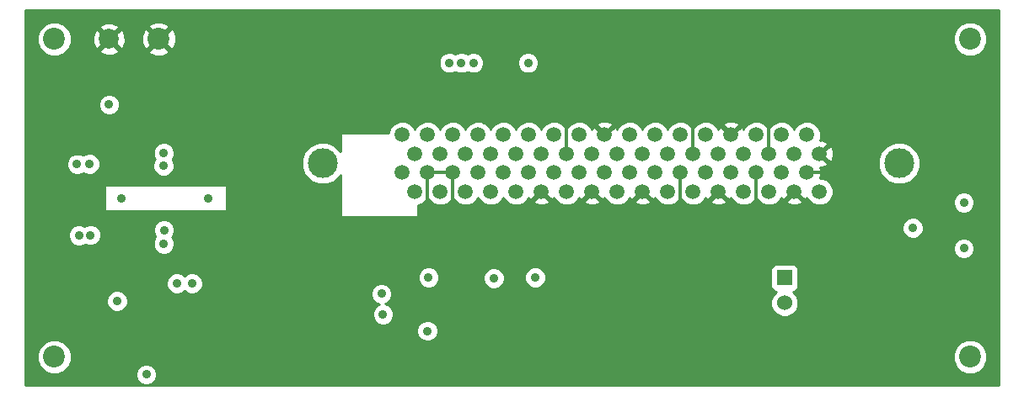
<source format=gbr>
G04 (created by PCBNEW (2013-jul-07)-stable) date Fri 08 Aug 2014 03:37:50 PM CDT*
%MOIN*%
G04 Gerber Fmt 3.4, Leading zero omitted, Abs format*
%FSLAX34Y34*%
G01*
G70*
G90*
G04 APERTURE LIST*
%ADD10C,0.00590551*%
%ADD11C,0.0590551*%
%ADD12C,0.11811*%
%ADD13R,0.06X0.06*%
%ADD14C,0.06*%
%ADD15C,0.0787402*%
%ADD16C,0.0866142*%
%ADD17C,0.035*%
%ADD18C,0.011811*%
%ADD19C,0.01*%
G04 APERTURE END LIST*
G54D10*
G54D11*
X51525Y-29750D03*
X51525Y-31250D03*
X51025Y-29000D03*
X51025Y-30500D03*
X50525Y-29750D03*
X50525Y-31250D03*
X50025Y-29000D03*
X50025Y-30500D03*
X49525Y-29750D03*
X49525Y-31250D03*
X49025Y-29000D03*
X49025Y-30500D03*
X48525Y-29750D03*
X48525Y-31250D03*
X48025Y-29000D03*
X48025Y-30500D03*
X47525Y-29750D03*
X47525Y-31250D03*
X47025Y-29000D03*
X47025Y-30500D03*
X46525Y-29750D03*
X46525Y-31250D03*
X46025Y-29000D03*
X46025Y-30500D03*
X45525Y-29750D03*
X45525Y-31250D03*
X45025Y-29000D03*
X45025Y-30500D03*
X44525Y-29750D03*
X44525Y-31250D03*
X44025Y-29000D03*
X44025Y-30500D03*
X43525Y-29750D03*
X43525Y-31250D03*
X43025Y-29000D03*
X43025Y-30500D03*
X42525Y-29750D03*
X42525Y-31250D03*
X42025Y-29000D03*
X42025Y-30500D03*
X41525Y-29750D03*
X41525Y-31250D03*
X41025Y-29000D03*
X41025Y-30500D03*
X40525Y-29750D03*
X40525Y-31250D03*
X40025Y-29000D03*
X40025Y-30500D03*
X39525Y-29750D03*
X39525Y-31250D03*
X39025Y-29000D03*
X39025Y-30500D03*
X38525Y-29750D03*
X38525Y-31250D03*
X38025Y-29000D03*
X38025Y-30500D03*
X37525Y-29750D03*
X37525Y-31250D03*
X37025Y-29000D03*
X37025Y-30500D03*
X36525Y-29750D03*
X36525Y-31250D03*
X36025Y-29000D03*
X36025Y-30500D03*
X35525Y-29750D03*
X35525Y-31250D03*
X35025Y-29000D03*
X35025Y-30500D03*
G54D12*
X31875Y-30125D03*
X54675Y-30125D03*
G54D13*
X50145Y-34660D03*
G54D14*
X50145Y-35660D03*
G54D15*
X23425Y-25196D03*
G54D16*
X25393Y-25196D03*
X57480Y-25196D03*
X57480Y-37795D03*
X21259Y-37795D03*
X21259Y-25196D03*
G54D17*
X37834Y-26141D03*
X40280Y-34650D03*
X55220Y-32690D03*
X26110Y-34890D03*
X37362Y-26141D03*
X36889Y-26141D03*
X36060Y-34650D03*
X38640Y-34680D03*
X34260Y-36110D03*
X34200Y-35300D03*
X25629Y-27716D03*
X22677Y-29173D03*
X23110Y-29173D03*
X23543Y-29173D03*
X23976Y-29173D03*
X22125Y-31259D03*
X22637Y-31259D03*
X22125Y-31771D03*
X22677Y-31771D03*
X22677Y-33779D03*
X23110Y-33779D03*
X23503Y-33779D03*
X23897Y-33779D03*
X24921Y-35000D03*
X26850Y-38031D03*
X54370Y-37992D03*
X54921Y-37992D03*
X55393Y-37992D03*
X55905Y-37992D03*
X52440Y-33700D03*
X52440Y-34488D03*
X54881Y-33661D03*
X37874Y-36181D03*
X27360Y-31510D03*
X23900Y-31510D03*
X57230Y-31680D03*
X57230Y-33500D03*
X24900Y-38500D03*
X40000Y-26141D03*
X26710Y-34890D03*
X36020Y-36770D03*
X22160Y-30160D03*
X22650Y-30150D03*
X25580Y-30220D03*
X25590Y-29720D03*
X23425Y-27795D03*
X22690Y-32970D03*
X22230Y-32980D03*
X25600Y-32770D03*
X25590Y-33310D03*
X23740Y-35590D03*
G54D18*
X36025Y-30500D02*
X37025Y-30500D01*
X36025Y-31730D02*
X35984Y-31771D01*
X36025Y-30500D02*
X36025Y-31730D01*
X37025Y-31946D02*
X37047Y-31968D01*
X37025Y-30500D02*
X37025Y-31946D01*
X41525Y-28493D02*
X41456Y-28425D01*
X41525Y-29750D02*
X41525Y-28493D01*
X46025Y-31770D02*
X46023Y-31771D01*
X46025Y-30500D02*
X46025Y-31770D01*
X46525Y-28099D02*
X46496Y-28070D01*
X46525Y-29750D02*
X46525Y-28099D01*
X49025Y-31820D02*
X49212Y-32007D01*
X49025Y-30500D02*
X49025Y-31820D01*
X49525Y-28703D02*
X49566Y-28661D01*
X49525Y-29750D02*
X49525Y-28703D01*
X51783Y-30500D02*
X51811Y-30472D01*
X51025Y-30500D02*
X51783Y-30500D01*
G54D10*
G36*
X36101Y-30505D02*
X36030Y-30576D01*
X36025Y-30570D01*
X36019Y-30576D01*
X35948Y-30505D01*
X35954Y-30500D01*
X35948Y-30494D01*
X36019Y-30423D01*
X36025Y-30429D01*
X36030Y-30423D01*
X36101Y-30494D01*
X36095Y-30500D01*
X36101Y-30505D01*
X36101Y-30505D01*
G37*
G54D19*
X36101Y-30505D02*
X36030Y-30576D01*
X36025Y-30570D01*
X36019Y-30576D01*
X35948Y-30505D01*
X35954Y-30500D01*
X35948Y-30494D01*
X36019Y-30423D01*
X36025Y-30429D01*
X36030Y-30423D01*
X36101Y-30494D01*
X36095Y-30500D01*
X36101Y-30505D01*
G54D10*
G36*
X37101Y-30505D02*
X37030Y-30576D01*
X37025Y-30570D01*
X37019Y-30576D01*
X36948Y-30505D01*
X36954Y-30500D01*
X36948Y-30494D01*
X37019Y-30423D01*
X37025Y-30429D01*
X37030Y-30423D01*
X37101Y-30494D01*
X37095Y-30500D01*
X37101Y-30505D01*
X37101Y-30505D01*
G37*
G54D19*
X37101Y-30505D02*
X37030Y-30576D01*
X37025Y-30570D01*
X37019Y-30576D01*
X36948Y-30505D01*
X36954Y-30500D01*
X36948Y-30494D01*
X37019Y-30423D01*
X37025Y-30429D01*
X37030Y-30423D01*
X37101Y-30494D01*
X37095Y-30500D01*
X37101Y-30505D01*
G54D10*
G36*
X41601Y-29755D02*
X41530Y-29826D01*
X41525Y-29820D01*
X41519Y-29826D01*
X41448Y-29755D01*
X41454Y-29750D01*
X41448Y-29744D01*
X41519Y-29673D01*
X41525Y-29679D01*
X41530Y-29673D01*
X41601Y-29744D01*
X41595Y-29750D01*
X41601Y-29755D01*
X41601Y-29755D01*
G37*
G54D19*
X41601Y-29755D02*
X41530Y-29826D01*
X41525Y-29820D01*
X41519Y-29826D01*
X41448Y-29755D01*
X41454Y-29750D01*
X41448Y-29744D01*
X41519Y-29673D01*
X41525Y-29679D01*
X41530Y-29673D01*
X41601Y-29744D01*
X41595Y-29750D01*
X41601Y-29755D01*
G54D10*
G36*
X46101Y-30505D02*
X46030Y-30576D01*
X46025Y-30570D01*
X46019Y-30576D01*
X45948Y-30505D01*
X45954Y-30500D01*
X45948Y-30494D01*
X46019Y-30423D01*
X46025Y-30429D01*
X46030Y-30423D01*
X46101Y-30494D01*
X46095Y-30500D01*
X46101Y-30505D01*
X46101Y-30505D01*
G37*
G54D19*
X46101Y-30505D02*
X46030Y-30576D01*
X46025Y-30570D01*
X46019Y-30576D01*
X45948Y-30505D01*
X45954Y-30500D01*
X45948Y-30494D01*
X46019Y-30423D01*
X46025Y-30429D01*
X46030Y-30423D01*
X46101Y-30494D01*
X46095Y-30500D01*
X46101Y-30505D01*
G54D10*
G36*
X46601Y-29755D02*
X46530Y-29826D01*
X46525Y-29820D01*
X46519Y-29826D01*
X46448Y-29755D01*
X46454Y-29750D01*
X46448Y-29744D01*
X46519Y-29673D01*
X46525Y-29679D01*
X46530Y-29673D01*
X46601Y-29744D01*
X46595Y-29750D01*
X46601Y-29755D01*
X46601Y-29755D01*
G37*
G54D19*
X46601Y-29755D02*
X46530Y-29826D01*
X46525Y-29820D01*
X46519Y-29826D01*
X46448Y-29755D01*
X46454Y-29750D01*
X46448Y-29744D01*
X46519Y-29673D01*
X46525Y-29679D01*
X46530Y-29673D01*
X46601Y-29744D01*
X46595Y-29750D01*
X46601Y-29755D01*
G54D10*
G36*
X49101Y-30505D02*
X49030Y-30576D01*
X49025Y-30570D01*
X49019Y-30576D01*
X48948Y-30505D01*
X48954Y-30500D01*
X48948Y-30494D01*
X49019Y-30423D01*
X49025Y-30429D01*
X49030Y-30423D01*
X49101Y-30494D01*
X49095Y-30500D01*
X49101Y-30505D01*
X49101Y-30505D01*
G37*
G54D19*
X49101Y-30505D02*
X49030Y-30576D01*
X49025Y-30570D01*
X49019Y-30576D01*
X48948Y-30505D01*
X48954Y-30500D01*
X48948Y-30494D01*
X49019Y-30423D01*
X49025Y-30429D01*
X49030Y-30423D01*
X49101Y-30494D01*
X49095Y-30500D01*
X49101Y-30505D01*
G54D10*
G36*
X49601Y-29755D02*
X49530Y-29826D01*
X49525Y-29820D01*
X49519Y-29826D01*
X49448Y-29755D01*
X49454Y-29750D01*
X49448Y-29744D01*
X49519Y-29673D01*
X49525Y-29679D01*
X49530Y-29673D01*
X49601Y-29744D01*
X49595Y-29750D01*
X49601Y-29755D01*
X49601Y-29755D01*
G37*
G54D19*
X49601Y-29755D02*
X49530Y-29826D01*
X49525Y-29820D01*
X49519Y-29826D01*
X49448Y-29755D01*
X49454Y-29750D01*
X49448Y-29744D01*
X49519Y-29673D01*
X49525Y-29679D01*
X49530Y-29673D01*
X49601Y-29744D01*
X49595Y-29750D01*
X49601Y-29755D01*
G54D10*
G36*
X51101Y-30505D02*
X51030Y-30576D01*
X51025Y-30570D01*
X51019Y-30576D01*
X50948Y-30505D01*
X50954Y-30500D01*
X50948Y-30494D01*
X51019Y-30423D01*
X51025Y-30429D01*
X51030Y-30423D01*
X51101Y-30494D01*
X51095Y-30500D01*
X51101Y-30505D01*
X51101Y-30505D01*
G37*
G54D19*
X51101Y-30505D02*
X51030Y-30576D01*
X51025Y-30570D01*
X51019Y-30576D01*
X50948Y-30505D01*
X50954Y-30500D01*
X50948Y-30494D01*
X51019Y-30423D01*
X51025Y-30429D01*
X51030Y-30423D01*
X51101Y-30494D01*
X51095Y-30500D01*
X51101Y-30505D01*
G54D10*
G36*
X58611Y-38926D02*
X58163Y-38926D01*
X58163Y-37660D01*
X58163Y-25061D01*
X58059Y-24810D01*
X57867Y-24618D01*
X57616Y-24513D01*
X57345Y-24513D01*
X57093Y-24617D01*
X56901Y-24809D01*
X56797Y-25060D01*
X56797Y-25332D01*
X56900Y-25583D01*
X57092Y-25775D01*
X57343Y-25879D01*
X57615Y-25880D01*
X57866Y-25776D01*
X58059Y-25584D01*
X58163Y-25333D01*
X58163Y-25061D01*
X58163Y-37660D01*
X58059Y-37408D01*
X57867Y-37216D01*
X57655Y-37128D01*
X57655Y-33415D01*
X57655Y-31595D01*
X57590Y-31439D01*
X57471Y-31319D01*
X57314Y-31255D01*
X57145Y-31254D01*
X56989Y-31319D01*
X56869Y-31438D01*
X56805Y-31595D01*
X56804Y-31764D01*
X56869Y-31920D01*
X56988Y-32040D01*
X57145Y-32104D01*
X57314Y-32105D01*
X57470Y-32040D01*
X57590Y-31921D01*
X57654Y-31764D01*
X57655Y-31595D01*
X57655Y-33415D01*
X57590Y-33259D01*
X57471Y-33139D01*
X57314Y-33075D01*
X57145Y-33074D01*
X56989Y-33139D01*
X56869Y-33258D01*
X56805Y-33415D01*
X56804Y-33584D01*
X56869Y-33740D01*
X56988Y-33860D01*
X57145Y-33924D01*
X57314Y-33925D01*
X57470Y-33860D01*
X57590Y-33741D01*
X57654Y-33584D01*
X57655Y-33415D01*
X57655Y-37128D01*
X57616Y-37112D01*
X57345Y-37112D01*
X57093Y-37215D01*
X56901Y-37407D01*
X56797Y-37658D01*
X56797Y-37930D01*
X56900Y-38181D01*
X57092Y-38374D01*
X57343Y-38478D01*
X57615Y-38478D01*
X57866Y-38374D01*
X58059Y-38182D01*
X58163Y-37931D01*
X58163Y-37660D01*
X58163Y-38926D01*
X55645Y-38926D01*
X55645Y-32605D01*
X55580Y-32449D01*
X55515Y-32384D01*
X55515Y-29958D01*
X55388Y-29649D01*
X55151Y-29412D01*
X54842Y-29284D01*
X54508Y-29284D01*
X54199Y-29412D01*
X53962Y-29648D01*
X53834Y-29957D01*
X53834Y-30291D01*
X53962Y-30600D01*
X54198Y-30837D01*
X54507Y-30965D01*
X54841Y-30965D01*
X55150Y-30838D01*
X55387Y-30601D01*
X55515Y-30292D01*
X55515Y-29958D01*
X55515Y-32384D01*
X55461Y-32329D01*
X55304Y-32265D01*
X55135Y-32264D01*
X54979Y-32329D01*
X54859Y-32448D01*
X54795Y-32605D01*
X54794Y-32774D01*
X54859Y-32930D01*
X54978Y-33050D01*
X55135Y-33114D01*
X55304Y-33115D01*
X55460Y-33050D01*
X55580Y-32931D01*
X55644Y-32774D01*
X55645Y-32605D01*
X55645Y-38926D01*
X52075Y-38926D01*
X52075Y-29830D01*
X52064Y-29613D01*
X52002Y-29464D01*
X51907Y-29438D01*
X51595Y-29750D01*
X51907Y-30061D01*
X52002Y-30035D01*
X52075Y-29830D01*
X52075Y-38926D01*
X52070Y-38926D01*
X52070Y-31142D01*
X51987Y-30941D01*
X51834Y-30788D01*
X51633Y-30704D01*
X51530Y-30704D01*
X51575Y-30580D01*
X51564Y-30363D01*
X51535Y-30295D01*
X51661Y-30289D01*
X51810Y-30227D01*
X51836Y-30132D01*
X51525Y-29820D01*
X51519Y-29826D01*
X51448Y-29755D01*
X51454Y-29750D01*
X51448Y-29744D01*
X51519Y-29673D01*
X51525Y-29679D01*
X51836Y-29367D01*
X51810Y-29272D01*
X51605Y-29199D01*
X51530Y-29203D01*
X51570Y-29108D01*
X51570Y-28892D01*
X51487Y-28691D01*
X51334Y-28538D01*
X51133Y-28454D01*
X50917Y-28454D01*
X50716Y-28537D01*
X50563Y-28690D01*
X50525Y-28782D01*
X50487Y-28691D01*
X50334Y-28538D01*
X50133Y-28454D01*
X49917Y-28454D01*
X49716Y-28537D01*
X49563Y-28690D01*
X49525Y-28782D01*
X49487Y-28691D01*
X49334Y-28538D01*
X49133Y-28454D01*
X48917Y-28454D01*
X48716Y-28537D01*
X48563Y-28690D01*
X48527Y-28775D01*
X48502Y-28714D01*
X48407Y-28688D01*
X48336Y-28758D01*
X48336Y-28617D01*
X48310Y-28522D01*
X48105Y-28449D01*
X47888Y-28460D01*
X47739Y-28522D01*
X47713Y-28617D01*
X48025Y-28929D01*
X48336Y-28617D01*
X48336Y-28758D01*
X48095Y-29000D01*
X48101Y-29005D01*
X48030Y-29076D01*
X48025Y-29070D01*
X48019Y-29076D01*
X47948Y-29005D01*
X47954Y-29000D01*
X47642Y-28688D01*
X47547Y-28714D01*
X47524Y-28780D01*
X47487Y-28691D01*
X47334Y-28538D01*
X47133Y-28454D01*
X46917Y-28454D01*
X46716Y-28537D01*
X46563Y-28690D01*
X46525Y-28782D01*
X46487Y-28691D01*
X46334Y-28538D01*
X46133Y-28454D01*
X45917Y-28454D01*
X45716Y-28537D01*
X45563Y-28690D01*
X45525Y-28782D01*
X45487Y-28691D01*
X45334Y-28538D01*
X45133Y-28454D01*
X44917Y-28454D01*
X44716Y-28537D01*
X44563Y-28690D01*
X44525Y-28782D01*
X44487Y-28691D01*
X44334Y-28538D01*
X44133Y-28454D01*
X43917Y-28454D01*
X43716Y-28537D01*
X43563Y-28690D01*
X43527Y-28775D01*
X43502Y-28714D01*
X43407Y-28688D01*
X43336Y-28758D01*
X43336Y-28617D01*
X43310Y-28522D01*
X43105Y-28449D01*
X42888Y-28460D01*
X42739Y-28522D01*
X42713Y-28617D01*
X43025Y-28929D01*
X43336Y-28617D01*
X43336Y-28758D01*
X43095Y-29000D01*
X43101Y-29005D01*
X43030Y-29076D01*
X43025Y-29070D01*
X43019Y-29076D01*
X42948Y-29005D01*
X42954Y-29000D01*
X42642Y-28688D01*
X42547Y-28714D01*
X42524Y-28780D01*
X42487Y-28691D01*
X42334Y-28538D01*
X42133Y-28454D01*
X41917Y-28454D01*
X41716Y-28537D01*
X41563Y-28690D01*
X41525Y-28782D01*
X41487Y-28691D01*
X41334Y-28538D01*
X41133Y-28454D01*
X40917Y-28454D01*
X40716Y-28537D01*
X40563Y-28690D01*
X40525Y-28782D01*
X40487Y-28691D01*
X40425Y-28628D01*
X40425Y-26057D01*
X40360Y-25901D01*
X40241Y-25781D01*
X40084Y-25716D01*
X39915Y-25716D01*
X39759Y-25781D01*
X39639Y-25900D01*
X39575Y-26056D01*
X39574Y-26225D01*
X39639Y-26382D01*
X39758Y-26501D01*
X39915Y-26566D01*
X40084Y-26566D01*
X40240Y-26502D01*
X40360Y-26382D01*
X40424Y-26226D01*
X40425Y-26057D01*
X40425Y-28628D01*
X40334Y-28538D01*
X40133Y-28454D01*
X39917Y-28454D01*
X39716Y-28537D01*
X39563Y-28690D01*
X39525Y-28782D01*
X39487Y-28691D01*
X39334Y-28538D01*
X39133Y-28454D01*
X38917Y-28454D01*
X38716Y-28537D01*
X38563Y-28690D01*
X38525Y-28782D01*
X38487Y-28691D01*
X38334Y-28538D01*
X38259Y-28507D01*
X38259Y-26057D01*
X38195Y-25901D01*
X38075Y-25781D01*
X37919Y-25716D01*
X37750Y-25716D01*
X37598Y-25779D01*
X37447Y-25716D01*
X37278Y-25716D01*
X37125Y-25779D01*
X36974Y-25716D01*
X36805Y-25716D01*
X36649Y-25781D01*
X36529Y-25900D01*
X36464Y-26056D01*
X36464Y-26225D01*
X36529Y-26382D01*
X36648Y-26501D01*
X36804Y-26566D01*
X36973Y-26566D01*
X37126Y-26503D01*
X37277Y-26566D01*
X37446Y-26566D01*
X37598Y-26503D01*
X37749Y-26566D01*
X37918Y-26566D01*
X38075Y-26502D01*
X38194Y-26382D01*
X38259Y-26226D01*
X38259Y-26057D01*
X38259Y-28507D01*
X38133Y-28454D01*
X37917Y-28454D01*
X37716Y-28537D01*
X37563Y-28690D01*
X37525Y-28782D01*
X37487Y-28691D01*
X37334Y-28538D01*
X37133Y-28454D01*
X36917Y-28454D01*
X36716Y-28537D01*
X36563Y-28690D01*
X36525Y-28782D01*
X36487Y-28691D01*
X36334Y-28538D01*
X36133Y-28454D01*
X35917Y-28454D01*
X35716Y-28537D01*
X35563Y-28690D01*
X35525Y-28782D01*
X35487Y-28691D01*
X35334Y-28538D01*
X35133Y-28454D01*
X34917Y-28454D01*
X34716Y-28537D01*
X34563Y-28690D01*
X34479Y-28891D01*
X34479Y-28926D01*
X32587Y-28926D01*
X32587Y-29649D01*
X32351Y-29412D01*
X32042Y-29284D01*
X31708Y-29284D01*
X31399Y-29412D01*
X31162Y-29648D01*
X31034Y-29957D01*
X31034Y-30291D01*
X31162Y-30600D01*
X31398Y-30837D01*
X31707Y-30965D01*
X32041Y-30965D01*
X32350Y-30838D01*
X32587Y-30601D01*
X32587Y-30600D01*
X32587Y-32254D01*
X35641Y-32254D01*
X35635Y-31794D01*
X35833Y-31712D01*
X35986Y-31559D01*
X36024Y-31467D01*
X36062Y-31558D01*
X36215Y-31711D01*
X36416Y-31795D01*
X36632Y-31795D01*
X36833Y-31712D01*
X36986Y-31559D01*
X37024Y-31467D01*
X37062Y-31558D01*
X37215Y-31711D01*
X37416Y-31795D01*
X37632Y-31795D01*
X37833Y-31712D01*
X37986Y-31559D01*
X38024Y-31467D01*
X38062Y-31558D01*
X38215Y-31711D01*
X38416Y-31795D01*
X38632Y-31795D01*
X38833Y-31712D01*
X38986Y-31559D01*
X39024Y-31467D01*
X39062Y-31558D01*
X39215Y-31711D01*
X39416Y-31795D01*
X39632Y-31795D01*
X39833Y-31712D01*
X39986Y-31559D01*
X40022Y-31474D01*
X40047Y-31535D01*
X40142Y-31561D01*
X40454Y-31250D01*
X40448Y-31244D01*
X40519Y-31173D01*
X40525Y-31179D01*
X40530Y-31173D01*
X40601Y-31244D01*
X40595Y-31250D01*
X40907Y-31561D01*
X41002Y-31535D01*
X41025Y-31469D01*
X41062Y-31558D01*
X41215Y-31711D01*
X41416Y-31795D01*
X41632Y-31795D01*
X41833Y-31712D01*
X41986Y-31559D01*
X42022Y-31474D01*
X42047Y-31535D01*
X42142Y-31561D01*
X42454Y-31250D01*
X42448Y-31244D01*
X42519Y-31173D01*
X42525Y-31179D01*
X42530Y-31173D01*
X42601Y-31244D01*
X42595Y-31250D01*
X42907Y-31561D01*
X43002Y-31535D01*
X43025Y-31469D01*
X43062Y-31558D01*
X43215Y-31711D01*
X43416Y-31795D01*
X43632Y-31795D01*
X43833Y-31712D01*
X43986Y-31559D01*
X44022Y-31474D01*
X44047Y-31535D01*
X44142Y-31561D01*
X44454Y-31250D01*
X44448Y-31244D01*
X44519Y-31173D01*
X44525Y-31179D01*
X44530Y-31173D01*
X44601Y-31244D01*
X44595Y-31250D01*
X44907Y-31561D01*
X45002Y-31535D01*
X45025Y-31469D01*
X45062Y-31558D01*
X45215Y-31711D01*
X45416Y-31795D01*
X45632Y-31795D01*
X45833Y-31712D01*
X45986Y-31559D01*
X46024Y-31467D01*
X46062Y-31558D01*
X46215Y-31711D01*
X46416Y-31795D01*
X46632Y-31795D01*
X46833Y-31712D01*
X46986Y-31559D01*
X47022Y-31474D01*
X47047Y-31535D01*
X47142Y-31561D01*
X47454Y-31250D01*
X47448Y-31244D01*
X47519Y-31173D01*
X47525Y-31179D01*
X47530Y-31173D01*
X47601Y-31244D01*
X47595Y-31250D01*
X47907Y-31561D01*
X48002Y-31535D01*
X48025Y-31469D01*
X48062Y-31558D01*
X48215Y-31711D01*
X48416Y-31795D01*
X48632Y-31795D01*
X48833Y-31712D01*
X48986Y-31559D01*
X49024Y-31467D01*
X49062Y-31558D01*
X49215Y-31711D01*
X49416Y-31795D01*
X49632Y-31795D01*
X49833Y-31712D01*
X49986Y-31559D01*
X50022Y-31474D01*
X50047Y-31535D01*
X50142Y-31561D01*
X50454Y-31250D01*
X50448Y-31244D01*
X50519Y-31173D01*
X50525Y-31179D01*
X50530Y-31173D01*
X50601Y-31244D01*
X50595Y-31250D01*
X50907Y-31561D01*
X51002Y-31535D01*
X51025Y-31469D01*
X51062Y-31558D01*
X51215Y-31711D01*
X51416Y-31795D01*
X51632Y-31795D01*
X51833Y-31712D01*
X51986Y-31559D01*
X52070Y-31358D01*
X52070Y-31142D01*
X52070Y-38926D01*
X50836Y-38926D01*
X50836Y-31632D01*
X50525Y-31320D01*
X50213Y-31632D01*
X50239Y-31727D01*
X50444Y-31800D01*
X50661Y-31789D01*
X50810Y-31727D01*
X50836Y-31632D01*
X50836Y-38926D01*
X50695Y-38926D01*
X50695Y-35551D01*
X50611Y-35348D01*
X50472Y-35210D01*
X50494Y-35210D01*
X50586Y-35172D01*
X50656Y-35101D01*
X50694Y-35009D01*
X50695Y-34910D01*
X50695Y-34310D01*
X50657Y-34218D01*
X50586Y-34148D01*
X50494Y-34110D01*
X50395Y-34109D01*
X49795Y-34109D01*
X49703Y-34147D01*
X49633Y-34218D01*
X49595Y-34310D01*
X49594Y-34409D01*
X49594Y-35009D01*
X49632Y-35101D01*
X49703Y-35171D01*
X49795Y-35209D01*
X49817Y-35209D01*
X49679Y-35348D01*
X49595Y-35550D01*
X49594Y-35768D01*
X49678Y-35971D01*
X49833Y-36125D01*
X50035Y-36209D01*
X50253Y-36210D01*
X50456Y-36126D01*
X50610Y-35971D01*
X50694Y-35769D01*
X50695Y-35551D01*
X50695Y-38926D01*
X47836Y-38926D01*
X47836Y-31632D01*
X47525Y-31320D01*
X47213Y-31632D01*
X47239Y-31727D01*
X47444Y-31800D01*
X47661Y-31789D01*
X47810Y-31727D01*
X47836Y-31632D01*
X47836Y-38926D01*
X44836Y-38926D01*
X44836Y-31632D01*
X44525Y-31320D01*
X44213Y-31632D01*
X44239Y-31727D01*
X44444Y-31800D01*
X44661Y-31789D01*
X44810Y-31727D01*
X44836Y-31632D01*
X44836Y-38926D01*
X42836Y-38926D01*
X42836Y-31632D01*
X42525Y-31320D01*
X42213Y-31632D01*
X42239Y-31727D01*
X42444Y-31800D01*
X42661Y-31789D01*
X42810Y-31727D01*
X42836Y-31632D01*
X42836Y-38926D01*
X40836Y-38926D01*
X40836Y-31632D01*
X40525Y-31320D01*
X40213Y-31632D01*
X40239Y-31727D01*
X40444Y-31800D01*
X40661Y-31789D01*
X40810Y-31727D01*
X40836Y-31632D01*
X40836Y-38926D01*
X40705Y-38926D01*
X40705Y-34565D01*
X40640Y-34409D01*
X40521Y-34289D01*
X40364Y-34225D01*
X40195Y-34224D01*
X40039Y-34289D01*
X39919Y-34408D01*
X39855Y-34565D01*
X39854Y-34734D01*
X39919Y-34890D01*
X40038Y-35010D01*
X40195Y-35074D01*
X40364Y-35075D01*
X40520Y-35010D01*
X40640Y-34891D01*
X40704Y-34734D01*
X40705Y-34565D01*
X40705Y-38926D01*
X39065Y-38926D01*
X39065Y-34595D01*
X39000Y-34439D01*
X38881Y-34319D01*
X38724Y-34255D01*
X38555Y-34254D01*
X38399Y-34319D01*
X38279Y-34438D01*
X38215Y-34595D01*
X38214Y-34764D01*
X38279Y-34920D01*
X38398Y-35040D01*
X38555Y-35104D01*
X38724Y-35105D01*
X38880Y-35040D01*
X39000Y-34921D01*
X39064Y-34764D01*
X39065Y-34595D01*
X39065Y-38926D01*
X36485Y-38926D01*
X36485Y-34565D01*
X36420Y-34409D01*
X36301Y-34289D01*
X36144Y-34225D01*
X35975Y-34224D01*
X35819Y-34289D01*
X35699Y-34408D01*
X35635Y-34565D01*
X35634Y-34734D01*
X35699Y-34890D01*
X35818Y-35010D01*
X35975Y-35074D01*
X36144Y-35075D01*
X36300Y-35010D01*
X36420Y-34891D01*
X36484Y-34734D01*
X36485Y-34565D01*
X36485Y-38926D01*
X36445Y-38926D01*
X36445Y-36685D01*
X36380Y-36529D01*
X36261Y-36409D01*
X36104Y-36345D01*
X35935Y-36344D01*
X35779Y-36409D01*
X35659Y-36528D01*
X35595Y-36685D01*
X35594Y-36854D01*
X35659Y-37010D01*
X35778Y-37130D01*
X35935Y-37194D01*
X36104Y-37195D01*
X36260Y-37130D01*
X36380Y-37011D01*
X36444Y-36854D01*
X36445Y-36685D01*
X36445Y-38926D01*
X34685Y-38926D01*
X34685Y-36025D01*
X34620Y-35869D01*
X34501Y-35749D01*
X34362Y-35692D01*
X34440Y-35660D01*
X34560Y-35541D01*
X34624Y-35384D01*
X34625Y-35215D01*
X34560Y-35059D01*
X34441Y-34939D01*
X34284Y-34875D01*
X34115Y-34874D01*
X33959Y-34939D01*
X33839Y-35058D01*
X33775Y-35215D01*
X33774Y-35384D01*
X33839Y-35540D01*
X33958Y-35660D01*
X34097Y-35717D01*
X34019Y-35749D01*
X33899Y-35868D01*
X33835Y-36025D01*
X33834Y-36194D01*
X33899Y-36350D01*
X34018Y-36470D01*
X34175Y-36534D01*
X34344Y-36535D01*
X34500Y-36470D01*
X34620Y-36351D01*
X34684Y-36194D01*
X34685Y-36025D01*
X34685Y-38926D01*
X28081Y-38926D01*
X28081Y-32018D01*
X28081Y-30973D01*
X26080Y-30973D01*
X26080Y-25310D01*
X26071Y-25038D01*
X25985Y-24828D01*
X25875Y-24785D01*
X25805Y-24856D01*
X25805Y-24714D01*
X25761Y-24605D01*
X25507Y-24509D01*
X25235Y-24518D01*
X25025Y-24605D01*
X24982Y-24714D01*
X25393Y-25126D01*
X25805Y-24714D01*
X25805Y-24856D01*
X25464Y-25196D01*
X25875Y-25608D01*
X25985Y-25564D01*
X26080Y-25310D01*
X26080Y-30973D01*
X26015Y-30973D01*
X26015Y-29635D01*
X25950Y-29479D01*
X25831Y-29359D01*
X25805Y-29349D01*
X25805Y-25679D01*
X25393Y-25267D01*
X25322Y-25338D01*
X25322Y-25196D01*
X24911Y-24785D01*
X24802Y-24828D01*
X24706Y-25083D01*
X24715Y-25354D01*
X24802Y-25564D01*
X24911Y-25608D01*
X25322Y-25196D01*
X25322Y-25338D01*
X24982Y-25679D01*
X25025Y-25788D01*
X25280Y-25883D01*
X25551Y-25875D01*
X25761Y-25788D01*
X25805Y-25679D01*
X25805Y-29349D01*
X25674Y-29295D01*
X25505Y-29294D01*
X25349Y-29359D01*
X25229Y-29478D01*
X25165Y-29635D01*
X25164Y-29804D01*
X25229Y-29960D01*
X25233Y-29964D01*
X25219Y-29978D01*
X25155Y-30135D01*
X25154Y-30304D01*
X25219Y-30460D01*
X25338Y-30580D01*
X25495Y-30644D01*
X25664Y-30645D01*
X25820Y-30580D01*
X25940Y-30461D01*
X26004Y-30304D01*
X26005Y-30135D01*
X25940Y-29979D01*
X25936Y-29975D01*
X25950Y-29961D01*
X26014Y-29804D01*
X26015Y-29635D01*
X26015Y-30973D01*
X24073Y-30973D01*
X24073Y-25300D01*
X24063Y-25045D01*
X23984Y-24852D01*
X23878Y-24813D01*
X23808Y-24884D01*
X23808Y-24743D01*
X23769Y-24638D01*
X23529Y-24548D01*
X23273Y-24558D01*
X23080Y-24638D01*
X23042Y-24743D01*
X23425Y-25126D01*
X23808Y-24743D01*
X23808Y-24884D01*
X23495Y-25196D01*
X23878Y-25579D01*
X23984Y-25541D01*
X24073Y-25300D01*
X24073Y-30973D01*
X23850Y-30973D01*
X23850Y-27711D01*
X23808Y-27609D01*
X23808Y-25650D01*
X23425Y-25267D01*
X23354Y-25338D01*
X23354Y-25196D01*
X22971Y-24813D01*
X22866Y-24852D01*
X22777Y-25092D01*
X22786Y-25348D01*
X22866Y-25541D01*
X22971Y-25579D01*
X23354Y-25196D01*
X23354Y-25338D01*
X23042Y-25650D01*
X23080Y-25755D01*
X23321Y-25844D01*
X23576Y-25835D01*
X23769Y-25755D01*
X23808Y-25650D01*
X23808Y-27609D01*
X23785Y-27554D01*
X23666Y-27435D01*
X23510Y-27370D01*
X23341Y-27370D01*
X23184Y-27434D01*
X23065Y-27554D01*
X23000Y-27710D01*
X23000Y-27879D01*
X23064Y-28035D01*
X23184Y-28155D01*
X23340Y-28220D01*
X23509Y-28220D01*
X23665Y-28155D01*
X23785Y-28036D01*
X23850Y-27880D01*
X23850Y-27711D01*
X23850Y-30973D01*
X23257Y-30973D01*
X23257Y-32018D01*
X28081Y-32018D01*
X28081Y-38926D01*
X27135Y-38926D01*
X27135Y-34805D01*
X27070Y-34649D01*
X26951Y-34529D01*
X26794Y-34465D01*
X26625Y-34464D01*
X26469Y-34529D01*
X26410Y-34588D01*
X26351Y-34529D01*
X26194Y-34465D01*
X26025Y-34464D01*
X26025Y-34465D01*
X26025Y-32685D01*
X25960Y-32529D01*
X25841Y-32409D01*
X25684Y-32345D01*
X25515Y-32344D01*
X25359Y-32409D01*
X25239Y-32528D01*
X25175Y-32685D01*
X25174Y-32854D01*
X25239Y-33010D01*
X25263Y-33034D01*
X25229Y-33068D01*
X25165Y-33225D01*
X25164Y-33394D01*
X25229Y-33550D01*
X25348Y-33670D01*
X25505Y-33734D01*
X25674Y-33735D01*
X25830Y-33670D01*
X25950Y-33551D01*
X26014Y-33394D01*
X26015Y-33225D01*
X25950Y-33069D01*
X25926Y-33045D01*
X25960Y-33011D01*
X26024Y-32854D01*
X26025Y-32685D01*
X26025Y-34465D01*
X25869Y-34529D01*
X25749Y-34648D01*
X25685Y-34805D01*
X25684Y-34974D01*
X25749Y-35130D01*
X25868Y-35250D01*
X26025Y-35314D01*
X26194Y-35315D01*
X26350Y-35250D01*
X26409Y-35191D01*
X26468Y-35250D01*
X26625Y-35314D01*
X26794Y-35315D01*
X26950Y-35250D01*
X27070Y-35131D01*
X27134Y-34974D01*
X27135Y-34805D01*
X27135Y-38926D01*
X25325Y-38926D01*
X25325Y-38415D01*
X25260Y-38259D01*
X25141Y-38139D01*
X24984Y-38075D01*
X24815Y-38074D01*
X24659Y-38139D01*
X24539Y-38258D01*
X24475Y-38415D01*
X24474Y-38584D01*
X24539Y-38740D01*
X24658Y-38860D01*
X24815Y-38924D01*
X24984Y-38925D01*
X25140Y-38860D01*
X25260Y-38741D01*
X25324Y-38584D01*
X25325Y-38415D01*
X25325Y-38926D01*
X24165Y-38926D01*
X24165Y-35506D01*
X24100Y-35350D01*
X23981Y-35230D01*
X23825Y-35165D01*
X23655Y-35165D01*
X23499Y-35230D01*
X23380Y-35349D01*
X23315Y-35505D01*
X23315Y-35674D01*
X23379Y-35830D01*
X23499Y-35950D01*
X23655Y-36015D01*
X23824Y-36015D01*
X23980Y-35951D01*
X24100Y-35831D01*
X24165Y-35675D01*
X24165Y-35506D01*
X24165Y-38926D01*
X23115Y-38926D01*
X23115Y-32885D01*
X23075Y-32789D01*
X23075Y-30065D01*
X23010Y-29909D01*
X22891Y-29789D01*
X22734Y-29725D01*
X22565Y-29724D01*
X22409Y-29789D01*
X22399Y-29799D01*
X22244Y-29735D01*
X22075Y-29734D01*
X21943Y-29789D01*
X21943Y-25061D01*
X21839Y-24810D01*
X21647Y-24618D01*
X21396Y-24513D01*
X21124Y-24513D01*
X20873Y-24617D01*
X20681Y-24809D01*
X20576Y-25060D01*
X20576Y-25332D01*
X20680Y-25583D01*
X20872Y-25775D01*
X21123Y-25879D01*
X21395Y-25880D01*
X21646Y-25776D01*
X21838Y-25584D01*
X21942Y-25333D01*
X21943Y-25061D01*
X21943Y-29789D01*
X21919Y-29799D01*
X21799Y-29918D01*
X21735Y-30075D01*
X21734Y-30244D01*
X21799Y-30400D01*
X21918Y-30520D01*
X22075Y-30584D01*
X22244Y-30585D01*
X22400Y-30520D01*
X22410Y-30510D01*
X22565Y-30574D01*
X22734Y-30575D01*
X22890Y-30510D01*
X23010Y-30391D01*
X23074Y-30234D01*
X23075Y-30065D01*
X23075Y-32789D01*
X23050Y-32729D01*
X22931Y-32609D01*
X22774Y-32545D01*
X22605Y-32544D01*
X22449Y-32609D01*
X22448Y-32610D01*
X22314Y-32555D01*
X22145Y-32554D01*
X21989Y-32619D01*
X21869Y-32738D01*
X21805Y-32895D01*
X21804Y-33064D01*
X21869Y-33220D01*
X21988Y-33340D01*
X22145Y-33404D01*
X22314Y-33405D01*
X22470Y-33340D01*
X22471Y-33339D01*
X22605Y-33394D01*
X22774Y-33395D01*
X22930Y-33330D01*
X23050Y-33211D01*
X23114Y-33054D01*
X23115Y-32885D01*
X23115Y-38926D01*
X21943Y-38926D01*
X21943Y-37660D01*
X21839Y-37408D01*
X21647Y-37216D01*
X21396Y-37112D01*
X21124Y-37112D01*
X20873Y-37215D01*
X20681Y-37407D01*
X20576Y-37658D01*
X20576Y-37930D01*
X20680Y-38181D01*
X20872Y-38374D01*
X21123Y-38478D01*
X21395Y-38478D01*
X21646Y-38374D01*
X21838Y-38182D01*
X21942Y-37931D01*
X21943Y-37660D01*
X21943Y-38926D01*
X20128Y-38926D01*
X20128Y-24065D01*
X58611Y-24065D01*
X58611Y-38926D01*
X58611Y-38926D01*
G37*
G54D19*
X58611Y-38926D02*
X58163Y-38926D01*
X58163Y-37660D01*
X58163Y-25061D01*
X58059Y-24810D01*
X57867Y-24618D01*
X57616Y-24513D01*
X57345Y-24513D01*
X57093Y-24617D01*
X56901Y-24809D01*
X56797Y-25060D01*
X56797Y-25332D01*
X56900Y-25583D01*
X57092Y-25775D01*
X57343Y-25879D01*
X57615Y-25880D01*
X57866Y-25776D01*
X58059Y-25584D01*
X58163Y-25333D01*
X58163Y-25061D01*
X58163Y-37660D01*
X58059Y-37408D01*
X57867Y-37216D01*
X57655Y-37128D01*
X57655Y-33415D01*
X57655Y-31595D01*
X57590Y-31439D01*
X57471Y-31319D01*
X57314Y-31255D01*
X57145Y-31254D01*
X56989Y-31319D01*
X56869Y-31438D01*
X56805Y-31595D01*
X56804Y-31764D01*
X56869Y-31920D01*
X56988Y-32040D01*
X57145Y-32104D01*
X57314Y-32105D01*
X57470Y-32040D01*
X57590Y-31921D01*
X57654Y-31764D01*
X57655Y-31595D01*
X57655Y-33415D01*
X57590Y-33259D01*
X57471Y-33139D01*
X57314Y-33075D01*
X57145Y-33074D01*
X56989Y-33139D01*
X56869Y-33258D01*
X56805Y-33415D01*
X56804Y-33584D01*
X56869Y-33740D01*
X56988Y-33860D01*
X57145Y-33924D01*
X57314Y-33925D01*
X57470Y-33860D01*
X57590Y-33741D01*
X57654Y-33584D01*
X57655Y-33415D01*
X57655Y-37128D01*
X57616Y-37112D01*
X57345Y-37112D01*
X57093Y-37215D01*
X56901Y-37407D01*
X56797Y-37658D01*
X56797Y-37930D01*
X56900Y-38181D01*
X57092Y-38374D01*
X57343Y-38478D01*
X57615Y-38478D01*
X57866Y-38374D01*
X58059Y-38182D01*
X58163Y-37931D01*
X58163Y-37660D01*
X58163Y-38926D01*
X55645Y-38926D01*
X55645Y-32605D01*
X55580Y-32449D01*
X55515Y-32384D01*
X55515Y-29958D01*
X55388Y-29649D01*
X55151Y-29412D01*
X54842Y-29284D01*
X54508Y-29284D01*
X54199Y-29412D01*
X53962Y-29648D01*
X53834Y-29957D01*
X53834Y-30291D01*
X53962Y-30600D01*
X54198Y-30837D01*
X54507Y-30965D01*
X54841Y-30965D01*
X55150Y-30838D01*
X55387Y-30601D01*
X55515Y-30292D01*
X55515Y-29958D01*
X55515Y-32384D01*
X55461Y-32329D01*
X55304Y-32265D01*
X55135Y-32264D01*
X54979Y-32329D01*
X54859Y-32448D01*
X54795Y-32605D01*
X54794Y-32774D01*
X54859Y-32930D01*
X54978Y-33050D01*
X55135Y-33114D01*
X55304Y-33115D01*
X55460Y-33050D01*
X55580Y-32931D01*
X55644Y-32774D01*
X55645Y-32605D01*
X55645Y-38926D01*
X52075Y-38926D01*
X52075Y-29830D01*
X52064Y-29613D01*
X52002Y-29464D01*
X51907Y-29438D01*
X51595Y-29750D01*
X51907Y-30061D01*
X52002Y-30035D01*
X52075Y-29830D01*
X52075Y-38926D01*
X52070Y-38926D01*
X52070Y-31142D01*
X51987Y-30941D01*
X51834Y-30788D01*
X51633Y-30704D01*
X51530Y-30704D01*
X51575Y-30580D01*
X51564Y-30363D01*
X51535Y-30295D01*
X51661Y-30289D01*
X51810Y-30227D01*
X51836Y-30132D01*
X51525Y-29820D01*
X51519Y-29826D01*
X51448Y-29755D01*
X51454Y-29750D01*
X51448Y-29744D01*
X51519Y-29673D01*
X51525Y-29679D01*
X51836Y-29367D01*
X51810Y-29272D01*
X51605Y-29199D01*
X51530Y-29203D01*
X51570Y-29108D01*
X51570Y-28892D01*
X51487Y-28691D01*
X51334Y-28538D01*
X51133Y-28454D01*
X50917Y-28454D01*
X50716Y-28537D01*
X50563Y-28690D01*
X50525Y-28782D01*
X50487Y-28691D01*
X50334Y-28538D01*
X50133Y-28454D01*
X49917Y-28454D01*
X49716Y-28537D01*
X49563Y-28690D01*
X49525Y-28782D01*
X49487Y-28691D01*
X49334Y-28538D01*
X49133Y-28454D01*
X48917Y-28454D01*
X48716Y-28537D01*
X48563Y-28690D01*
X48527Y-28775D01*
X48502Y-28714D01*
X48407Y-28688D01*
X48336Y-28758D01*
X48336Y-28617D01*
X48310Y-28522D01*
X48105Y-28449D01*
X47888Y-28460D01*
X47739Y-28522D01*
X47713Y-28617D01*
X48025Y-28929D01*
X48336Y-28617D01*
X48336Y-28758D01*
X48095Y-29000D01*
X48101Y-29005D01*
X48030Y-29076D01*
X48025Y-29070D01*
X48019Y-29076D01*
X47948Y-29005D01*
X47954Y-29000D01*
X47642Y-28688D01*
X47547Y-28714D01*
X47524Y-28780D01*
X47487Y-28691D01*
X47334Y-28538D01*
X47133Y-28454D01*
X46917Y-28454D01*
X46716Y-28537D01*
X46563Y-28690D01*
X46525Y-28782D01*
X46487Y-28691D01*
X46334Y-28538D01*
X46133Y-28454D01*
X45917Y-28454D01*
X45716Y-28537D01*
X45563Y-28690D01*
X45525Y-28782D01*
X45487Y-28691D01*
X45334Y-28538D01*
X45133Y-28454D01*
X44917Y-28454D01*
X44716Y-28537D01*
X44563Y-28690D01*
X44525Y-28782D01*
X44487Y-28691D01*
X44334Y-28538D01*
X44133Y-28454D01*
X43917Y-28454D01*
X43716Y-28537D01*
X43563Y-28690D01*
X43527Y-28775D01*
X43502Y-28714D01*
X43407Y-28688D01*
X43336Y-28758D01*
X43336Y-28617D01*
X43310Y-28522D01*
X43105Y-28449D01*
X42888Y-28460D01*
X42739Y-28522D01*
X42713Y-28617D01*
X43025Y-28929D01*
X43336Y-28617D01*
X43336Y-28758D01*
X43095Y-29000D01*
X43101Y-29005D01*
X43030Y-29076D01*
X43025Y-29070D01*
X43019Y-29076D01*
X42948Y-29005D01*
X42954Y-29000D01*
X42642Y-28688D01*
X42547Y-28714D01*
X42524Y-28780D01*
X42487Y-28691D01*
X42334Y-28538D01*
X42133Y-28454D01*
X41917Y-28454D01*
X41716Y-28537D01*
X41563Y-28690D01*
X41525Y-28782D01*
X41487Y-28691D01*
X41334Y-28538D01*
X41133Y-28454D01*
X40917Y-28454D01*
X40716Y-28537D01*
X40563Y-28690D01*
X40525Y-28782D01*
X40487Y-28691D01*
X40425Y-28628D01*
X40425Y-26057D01*
X40360Y-25901D01*
X40241Y-25781D01*
X40084Y-25716D01*
X39915Y-25716D01*
X39759Y-25781D01*
X39639Y-25900D01*
X39575Y-26056D01*
X39574Y-26225D01*
X39639Y-26382D01*
X39758Y-26501D01*
X39915Y-26566D01*
X40084Y-26566D01*
X40240Y-26502D01*
X40360Y-26382D01*
X40424Y-26226D01*
X40425Y-26057D01*
X40425Y-28628D01*
X40334Y-28538D01*
X40133Y-28454D01*
X39917Y-28454D01*
X39716Y-28537D01*
X39563Y-28690D01*
X39525Y-28782D01*
X39487Y-28691D01*
X39334Y-28538D01*
X39133Y-28454D01*
X38917Y-28454D01*
X38716Y-28537D01*
X38563Y-28690D01*
X38525Y-28782D01*
X38487Y-28691D01*
X38334Y-28538D01*
X38259Y-28507D01*
X38259Y-26057D01*
X38195Y-25901D01*
X38075Y-25781D01*
X37919Y-25716D01*
X37750Y-25716D01*
X37598Y-25779D01*
X37447Y-25716D01*
X37278Y-25716D01*
X37125Y-25779D01*
X36974Y-25716D01*
X36805Y-25716D01*
X36649Y-25781D01*
X36529Y-25900D01*
X36464Y-26056D01*
X36464Y-26225D01*
X36529Y-26382D01*
X36648Y-26501D01*
X36804Y-26566D01*
X36973Y-26566D01*
X37126Y-26503D01*
X37277Y-26566D01*
X37446Y-26566D01*
X37598Y-26503D01*
X37749Y-26566D01*
X37918Y-26566D01*
X38075Y-26502D01*
X38194Y-26382D01*
X38259Y-26226D01*
X38259Y-26057D01*
X38259Y-28507D01*
X38133Y-28454D01*
X37917Y-28454D01*
X37716Y-28537D01*
X37563Y-28690D01*
X37525Y-28782D01*
X37487Y-28691D01*
X37334Y-28538D01*
X37133Y-28454D01*
X36917Y-28454D01*
X36716Y-28537D01*
X36563Y-28690D01*
X36525Y-28782D01*
X36487Y-28691D01*
X36334Y-28538D01*
X36133Y-28454D01*
X35917Y-28454D01*
X35716Y-28537D01*
X35563Y-28690D01*
X35525Y-28782D01*
X35487Y-28691D01*
X35334Y-28538D01*
X35133Y-28454D01*
X34917Y-28454D01*
X34716Y-28537D01*
X34563Y-28690D01*
X34479Y-28891D01*
X34479Y-28926D01*
X32587Y-28926D01*
X32587Y-29649D01*
X32351Y-29412D01*
X32042Y-29284D01*
X31708Y-29284D01*
X31399Y-29412D01*
X31162Y-29648D01*
X31034Y-29957D01*
X31034Y-30291D01*
X31162Y-30600D01*
X31398Y-30837D01*
X31707Y-30965D01*
X32041Y-30965D01*
X32350Y-30838D01*
X32587Y-30601D01*
X32587Y-30600D01*
X32587Y-32254D01*
X35641Y-32254D01*
X35635Y-31794D01*
X35833Y-31712D01*
X35986Y-31559D01*
X36024Y-31467D01*
X36062Y-31558D01*
X36215Y-31711D01*
X36416Y-31795D01*
X36632Y-31795D01*
X36833Y-31712D01*
X36986Y-31559D01*
X37024Y-31467D01*
X37062Y-31558D01*
X37215Y-31711D01*
X37416Y-31795D01*
X37632Y-31795D01*
X37833Y-31712D01*
X37986Y-31559D01*
X38024Y-31467D01*
X38062Y-31558D01*
X38215Y-31711D01*
X38416Y-31795D01*
X38632Y-31795D01*
X38833Y-31712D01*
X38986Y-31559D01*
X39024Y-31467D01*
X39062Y-31558D01*
X39215Y-31711D01*
X39416Y-31795D01*
X39632Y-31795D01*
X39833Y-31712D01*
X39986Y-31559D01*
X40022Y-31474D01*
X40047Y-31535D01*
X40142Y-31561D01*
X40454Y-31250D01*
X40448Y-31244D01*
X40519Y-31173D01*
X40525Y-31179D01*
X40530Y-31173D01*
X40601Y-31244D01*
X40595Y-31250D01*
X40907Y-31561D01*
X41002Y-31535D01*
X41025Y-31469D01*
X41062Y-31558D01*
X41215Y-31711D01*
X41416Y-31795D01*
X41632Y-31795D01*
X41833Y-31712D01*
X41986Y-31559D01*
X42022Y-31474D01*
X42047Y-31535D01*
X42142Y-31561D01*
X42454Y-31250D01*
X42448Y-31244D01*
X42519Y-31173D01*
X42525Y-31179D01*
X42530Y-31173D01*
X42601Y-31244D01*
X42595Y-31250D01*
X42907Y-31561D01*
X43002Y-31535D01*
X43025Y-31469D01*
X43062Y-31558D01*
X43215Y-31711D01*
X43416Y-31795D01*
X43632Y-31795D01*
X43833Y-31712D01*
X43986Y-31559D01*
X44022Y-31474D01*
X44047Y-31535D01*
X44142Y-31561D01*
X44454Y-31250D01*
X44448Y-31244D01*
X44519Y-31173D01*
X44525Y-31179D01*
X44530Y-31173D01*
X44601Y-31244D01*
X44595Y-31250D01*
X44907Y-31561D01*
X45002Y-31535D01*
X45025Y-31469D01*
X45062Y-31558D01*
X45215Y-31711D01*
X45416Y-31795D01*
X45632Y-31795D01*
X45833Y-31712D01*
X45986Y-31559D01*
X46024Y-31467D01*
X46062Y-31558D01*
X46215Y-31711D01*
X46416Y-31795D01*
X46632Y-31795D01*
X46833Y-31712D01*
X46986Y-31559D01*
X47022Y-31474D01*
X47047Y-31535D01*
X47142Y-31561D01*
X47454Y-31250D01*
X47448Y-31244D01*
X47519Y-31173D01*
X47525Y-31179D01*
X47530Y-31173D01*
X47601Y-31244D01*
X47595Y-31250D01*
X47907Y-31561D01*
X48002Y-31535D01*
X48025Y-31469D01*
X48062Y-31558D01*
X48215Y-31711D01*
X48416Y-31795D01*
X48632Y-31795D01*
X48833Y-31712D01*
X48986Y-31559D01*
X49024Y-31467D01*
X49062Y-31558D01*
X49215Y-31711D01*
X49416Y-31795D01*
X49632Y-31795D01*
X49833Y-31712D01*
X49986Y-31559D01*
X50022Y-31474D01*
X50047Y-31535D01*
X50142Y-31561D01*
X50454Y-31250D01*
X50448Y-31244D01*
X50519Y-31173D01*
X50525Y-31179D01*
X50530Y-31173D01*
X50601Y-31244D01*
X50595Y-31250D01*
X50907Y-31561D01*
X51002Y-31535D01*
X51025Y-31469D01*
X51062Y-31558D01*
X51215Y-31711D01*
X51416Y-31795D01*
X51632Y-31795D01*
X51833Y-31712D01*
X51986Y-31559D01*
X52070Y-31358D01*
X52070Y-31142D01*
X52070Y-38926D01*
X50836Y-38926D01*
X50836Y-31632D01*
X50525Y-31320D01*
X50213Y-31632D01*
X50239Y-31727D01*
X50444Y-31800D01*
X50661Y-31789D01*
X50810Y-31727D01*
X50836Y-31632D01*
X50836Y-38926D01*
X50695Y-38926D01*
X50695Y-35551D01*
X50611Y-35348D01*
X50472Y-35210D01*
X50494Y-35210D01*
X50586Y-35172D01*
X50656Y-35101D01*
X50694Y-35009D01*
X50695Y-34910D01*
X50695Y-34310D01*
X50657Y-34218D01*
X50586Y-34148D01*
X50494Y-34110D01*
X50395Y-34109D01*
X49795Y-34109D01*
X49703Y-34147D01*
X49633Y-34218D01*
X49595Y-34310D01*
X49594Y-34409D01*
X49594Y-35009D01*
X49632Y-35101D01*
X49703Y-35171D01*
X49795Y-35209D01*
X49817Y-35209D01*
X49679Y-35348D01*
X49595Y-35550D01*
X49594Y-35768D01*
X49678Y-35971D01*
X49833Y-36125D01*
X50035Y-36209D01*
X50253Y-36210D01*
X50456Y-36126D01*
X50610Y-35971D01*
X50694Y-35769D01*
X50695Y-35551D01*
X50695Y-38926D01*
X47836Y-38926D01*
X47836Y-31632D01*
X47525Y-31320D01*
X47213Y-31632D01*
X47239Y-31727D01*
X47444Y-31800D01*
X47661Y-31789D01*
X47810Y-31727D01*
X47836Y-31632D01*
X47836Y-38926D01*
X44836Y-38926D01*
X44836Y-31632D01*
X44525Y-31320D01*
X44213Y-31632D01*
X44239Y-31727D01*
X44444Y-31800D01*
X44661Y-31789D01*
X44810Y-31727D01*
X44836Y-31632D01*
X44836Y-38926D01*
X42836Y-38926D01*
X42836Y-31632D01*
X42525Y-31320D01*
X42213Y-31632D01*
X42239Y-31727D01*
X42444Y-31800D01*
X42661Y-31789D01*
X42810Y-31727D01*
X42836Y-31632D01*
X42836Y-38926D01*
X40836Y-38926D01*
X40836Y-31632D01*
X40525Y-31320D01*
X40213Y-31632D01*
X40239Y-31727D01*
X40444Y-31800D01*
X40661Y-31789D01*
X40810Y-31727D01*
X40836Y-31632D01*
X40836Y-38926D01*
X40705Y-38926D01*
X40705Y-34565D01*
X40640Y-34409D01*
X40521Y-34289D01*
X40364Y-34225D01*
X40195Y-34224D01*
X40039Y-34289D01*
X39919Y-34408D01*
X39855Y-34565D01*
X39854Y-34734D01*
X39919Y-34890D01*
X40038Y-35010D01*
X40195Y-35074D01*
X40364Y-35075D01*
X40520Y-35010D01*
X40640Y-34891D01*
X40704Y-34734D01*
X40705Y-34565D01*
X40705Y-38926D01*
X39065Y-38926D01*
X39065Y-34595D01*
X39000Y-34439D01*
X38881Y-34319D01*
X38724Y-34255D01*
X38555Y-34254D01*
X38399Y-34319D01*
X38279Y-34438D01*
X38215Y-34595D01*
X38214Y-34764D01*
X38279Y-34920D01*
X38398Y-35040D01*
X38555Y-35104D01*
X38724Y-35105D01*
X38880Y-35040D01*
X39000Y-34921D01*
X39064Y-34764D01*
X39065Y-34595D01*
X39065Y-38926D01*
X36485Y-38926D01*
X36485Y-34565D01*
X36420Y-34409D01*
X36301Y-34289D01*
X36144Y-34225D01*
X35975Y-34224D01*
X35819Y-34289D01*
X35699Y-34408D01*
X35635Y-34565D01*
X35634Y-34734D01*
X35699Y-34890D01*
X35818Y-35010D01*
X35975Y-35074D01*
X36144Y-35075D01*
X36300Y-35010D01*
X36420Y-34891D01*
X36484Y-34734D01*
X36485Y-34565D01*
X36485Y-38926D01*
X36445Y-38926D01*
X36445Y-36685D01*
X36380Y-36529D01*
X36261Y-36409D01*
X36104Y-36345D01*
X35935Y-36344D01*
X35779Y-36409D01*
X35659Y-36528D01*
X35595Y-36685D01*
X35594Y-36854D01*
X35659Y-37010D01*
X35778Y-37130D01*
X35935Y-37194D01*
X36104Y-37195D01*
X36260Y-37130D01*
X36380Y-37011D01*
X36444Y-36854D01*
X36445Y-36685D01*
X36445Y-38926D01*
X34685Y-38926D01*
X34685Y-36025D01*
X34620Y-35869D01*
X34501Y-35749D01*
X34362Y-35692D01*
X34440Y-35660D01*
X34560Y-35541D01*
X34624Y-35384D01*
X34625Y-35215D01*
X34560Y-35059D01*
X34441Y-34939D01*
X34284Y-34875D01*
X34115Y-34874D01*
X33959Y-34939D01*
X33839Y-35058D01*
X33775Y-35215D01*
X33774Y-35384D01*
X33839Y-35540D01*
X33958Y-35660D01*
X34097Y-35717D01*
X34019Y-35749D01*
X33899Y-35868D01*
X33835Y-36025D01*
X33834Y-36194D01*
X33899Y-36350D01*
X34018Y-36470D01*
X34175Y-36534D01*
X34344Y-36535D01*
X34500Y-36470D01*
X34620Y-36351D01*
X34684Y-36194D01*
X34685Y-36025D01*
X34685Y-38926D01*
X28081Y-38926D01*
X28081Y-32018D01*
X28081Y-30973D01*
X26080Y-30973D01*
X26080Y-25310D01*
X26071Y-25038D01*
X25985Y-24828D01*
X25875Y-24785D01*
X25805Y-24856D01*
X25805Y-24714D01*
X25761Y-24605D01*
X25507Y-24509D01*
X25235Y-24518D01*
X25025Y-24605D01*
X24982Y-24714D01*
X25393Y-25126D01*
X25805Y-24714D01*
X25805Y-24856D01*
X25464Y-25196D01*
X25875Y-25608D01*
X25985Y-25564D01*
X26080Y-25310D01*
X26080Y-30973D01*
X26015Y-30973D01*
X26015Y-29635D01*
X25950Y-29479D01*
X25831Y-29359D01*
X25805Y-29349D01*
X25805Y-25679D01*
X25393Y-25267D01*
X25322Y-25338D01*
X25322Y-25196D01*
X24911Y-24785D01*
X24802Y-24828D01*
X24706Y-25083D01*
X24715Y-25354D01*
X24802Y-25564D01*
X24911Y-25608D01*
X25322Y-25196D01*
X25322Y-25338D01*
X24982Y-25679D01*
X25025Y-25788D01*
X25280Y-25883D01*
X25551Y-25875D01*
X25761Y-25788D01*
X25805Y-25679D01*
X25805Y-29349D01*
X25674Y-29295D01*
X25505Y-29294D01*
X25349Y-29359D01*
X25229Y-29478D01*
X25165Y-29635D01*
X25164Y-29804D01*
X25229Y-29960D01*
X25233Y-29964D01*
X25219Y-29978D01*
X25155Y-30135D01*
X25154Y-30304D01*
X25219Y-30460D01*
X25338Y-30580D01*
X25495Y-30644D01*
X25664Y-30645D01*
X25820Y-30580D01*
X25940Y-30461D01*
X26004Y-30304D01*
X26005Y-30135D01*
X25940Y-29979D01*
X25936Y-29975D01*
X25950Y-29961D01*
X26014Y-29804D01*
X26015Y-29635D01*
X26015Y-30973D01*
X24073Y-30973D01*
X24073Y-25300D01*
X24063Y-25045D01*
X23984Y-24852D01*
X23878Y-24813D01*
X23808Y-24884D01*
X23808Y-24743D01*
X23769Y-24638D01*
X23529Y-24548D01*
X23273Y-24558D01*
X23080Y-24638D01*
X23042Y-24743D01*
X23425Y-25126D01*
X23808Y-24743D01*
X23808Y-24884D01*
X23495Y-25196D01*
X23878Y-25579D01*
X23984Y-25541D01*
X24073Y-25300D01*
X24073Y-30973D01*
X23850Y-30973D01*
X23850Y-27711D01*
X23808Y-27609D01*
X23808Y-25650D01*
X23425Y-25267D01*
X23354Y-25338D01*
X23354Y-25196D01*
X22971Y-24813D01*
X22866Y-24852D01*
X22777Y-25092D01*
X22786Y-25348D01*
X22866Y-25541D01*
X22971Y-25579D01*
X23354Y-25196D01*
X23354Y-25338D01*
X23042Y-25650D01*
X23080Y-25755D01*
X23321Y-25844D01*
X23576Y-25835D01*
X23769Y-25755D01*
X23808Y-25650D01*
X23808Y-27609D01*
X23785Y-27554D01*
X23666Y-27435D01*
X23510Y-27370D01*
X23341Y-27370D01*
X23184Y-27434D01*
X23065Y-27554D01*
X23000Y-27710D01*
X23000Y-27879D01*
X23064Y-28035D01*
X23184Y-28155D01*
X23340Y-28220D01*
X23509Y-28220D01*
X23665Y-28155D01*
X23785Y-28036D01*
X23850Y-27880D01*
X23850Y-27711D01*
X23850Y-30973D01*
X23257Y-30973D01*
X23257Y-32018D01*
X28081Y-32018D01*
X28081Y-38926D01*
X27135Y-38926D01*
X27135Y-34805D01*
X27070Y-34649D01*
X26951Y-34529D01*
X26794Y-34465D01*
X26625Y-34464D01*
X26469Y-34529D01*
X26410Y-34588D01*
X26351Y-34529D01*
X26194Y-34465D01*
X26025Y-34464D01*
X26025Y-34465D01*
X26025Y-32685D01*
X25960Y-32529D01*
X25841Y-32409D01*
X25684Y-32345D01*
X25515Y-32344D01*
X25359Y-32409D01*
X25239Y-32528D01*
X25175Y-32685D01*
X25174Y-32854D01*
X25239Y-33010D01*
X25263Y-33034D01*
X25229Y-33068D01*
X25165Y-33225D01*
X25164Y-33394D01*
X25229Y-33550D01*
X25348Y-33670D01*
X25505Y-33734D01*
X25674Y-33735D01*
X25830Y-33670D01*
X25950Y-33551D01*
X26014Y-33394D01*
X26015Y-33225D01*
X25950Y-33069D01*
X25926Y-33045D01*
X25960Y-33011D01*
X26024Y-32854D01*
X26025Y-32685D01*
X26025Y-34465D01*
X25869Y-34529D01*
X25749Y-34648D01*
X25685Y-34805D01*
X25684Y-34974D01*
X25749Y-35130D01*
X25868Y-35250D01*
X26025Y-35314D01*
X26194Y-35315D01*
X26350Y-35250D01*
X26409Y-35191D01*
X26468Y-35250D01*
X26625Y-35314D01*
X26794Y-35315D01*
X26950Y-35250D01*
X27070Y-35131D01*
X27134Y-34974D01*
X27135Y-34805D01*
X27135Y-38926D01*
X25325Y-38926D01*
X25325Y-38415D01*
X25260Y-38259D01*
X25141Y-38139D01*
X24984Y-38075D01*
X24815Y-38074D01*
X24659Y-38139D01*
X24539Y-38258D01*
X24475Y-38415D01*
X24474Y-38584D01*
X24539Y-38740D01*
X24658Y-38860D01*
X24815Y-38924D01*
X24984Y-38925D01*
X25140Y-38860D01*
X25260Y-38741D01*
X25324Y-38584D01*
X25325Y-38415D01*
X25325Y-38926D01*
X24165Y-38926D01*
X24165Y-35506D01*
X24100Y-35350D01*
X23981Y-35230D01*
X23825Y-35165D01*
X23655Y-35165D01*
X23499Y-35230D01*
X23380Y-35349D01*
X23315Y-35505D01*
X23315Y-35674D01*
X23379Y-35830D01*
X23499Y-35950D01*
X23655Y-36015D01*
X23824Y-36015D01*
X23980Y-35951D01*
X24100Y-35831D01*
X24165Y-35675D01*
X24165Y-35506D01*
X24165Y-38926D01*
X23115Y-38926D01*
X23115Y-32885D01*
X23075Y-32789D01*
X23075Y-30065D01*
X23010Y-29909D01*
X22891Y-29789D01*
X22734Y-29725D01*
X22565Y-29724D01*
X22409Y-29789D01*
X22399Y-29799D01*
X22244Y-29735D01*
X22075Y-29734D01*
X21943Y-29789D01*
X21943Y-25061D01*
X21839Y-24810D01*
X21647Y-24618D01*
X21396Y-24513D01*
X21124Y-24513D01*
X20873Y-24617D01*
X20681Y-24809D01*
X20576Y-25060D01*
X20576Y-25332D01*
X20680Y-25583D01*
X20872Y-25775D01*
X21123Y-25879D01*
X21395Y-25880D01*
X21646Y-25776D01*
X21838Y-25584D01*
X21942Y-25333D01*
X21943Y-25061D01*
X21943Y-29789D01*
X21919Y-29799D01*
X21799Y-29918D01*
X21735Y-30075D01*
X21734Y-30244D01*
X21799Y-30400D01*
X21918Y-30520D01*
X22075Y-30584D01*
X22244Y-30585D01*
X22400Y-30520D01*
X22410Y-30510D01*
X22565Y-30574D01*
X22734Y-30575D01*
X22890Y-30510D01*
X23010Y-30391D01*
X23074Y-30234D01*
X23075Y-30065D01*
X23075Y-32789D01*
X23050Y-32729D01*
X22931Y-32609D01*
X22774Y-32545D01*
X22605Y-32544D01*
X22449Y-32609D01*
X22448Y-32610D01*
X22314Y-32555D01*
X22145Y-32554D01*
X21989Y-32619D01*
X21869Y-32738D01*
X21805Y-32895D01*
X21804Y-33064D01*
X21869Y-33220D01*
X21988Y-33340D01*
X22145Y-33404D01*
X22314Y-33405D01*
X22470Y-33340D01*
X22471Y-33339D01*
X22605Y-33394D01*
X22774Y-33395D01*
X22930Y-33330D01*
X23050Y-33211D01*
X23114Y-33054D01*
X23115Y-32885D01*
X23115Y-38926D01*
X21943Y-38926D01*
X21943Y-37660D01*
X21839Y-37408D01*
X21647Y-37216D01*
X21396Y-37112D01*
X21124Y-37112D01*
X20873Y-37215D01*
X20681Y-37407D01*
X20576Y-37658D01*
X20576Y-37930D01*
X20680Y-38181D01*
X20872Y-38374D01*
X21123Y-38478D01*
X21395Y-38478D01*
X21646Y-38374D01*
X21838Y-38182D01*
X21942Y-37931D01*
X21943Y-37660D01*
X21943Y-38926D01*
X20128Y-38926D01*
X20128Y-24065D01*
X58611Y-24065D01*
X58611Y-38926D01*
M02*

</source>
